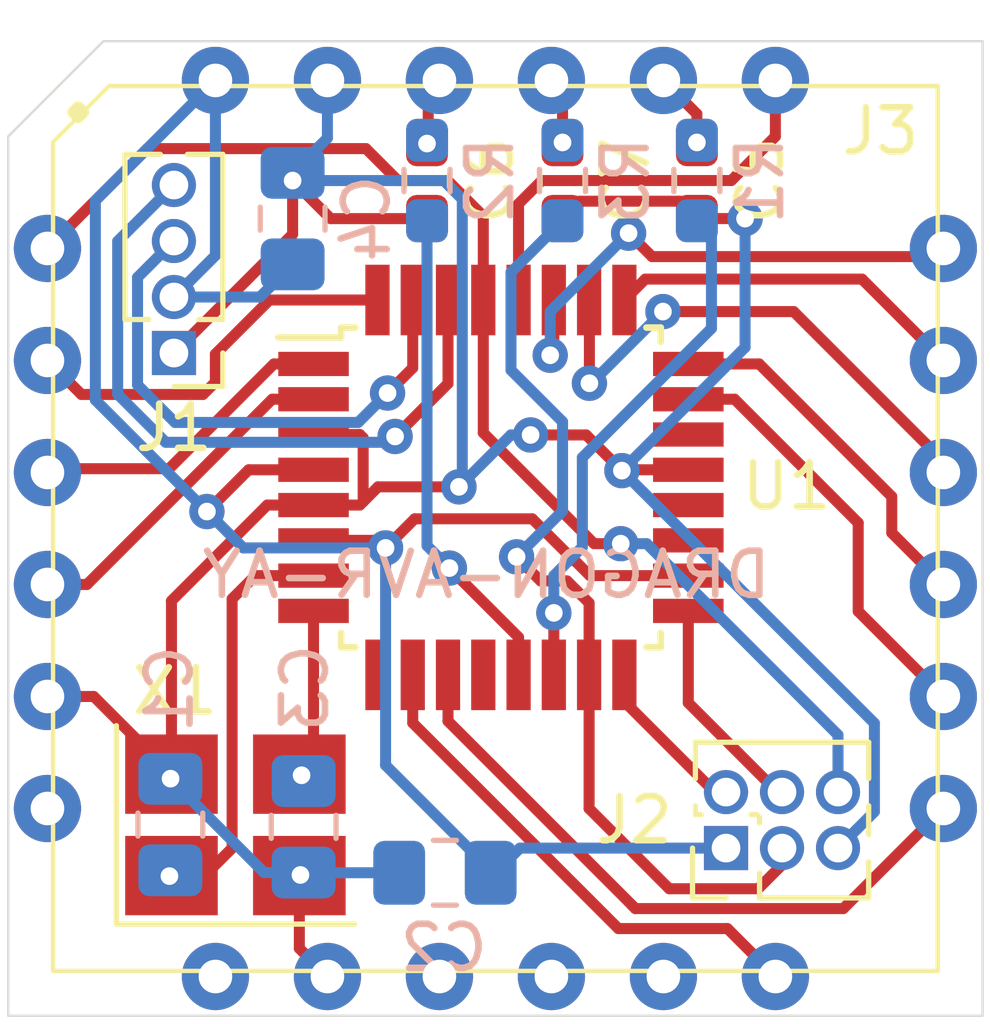
<source format=kicad_pcb>
(kicad_pcb (version 20221018) (generator pcbnew)
  (layers (0 "F.Cu" signal) (31 "B.Cu" signal) (34 "B.Paste" user) (35 "F.Paste" user) (36 "B.SilkS" user "B.Silkscreen") (37 "F.SilkS" user "F.Silkscreen") (38 "B.Mask" user) (39 "F.Mask" user) (44 "Edge.Cuts" user))
  (net 0 "")
  (net 1 "XTAL1")
  (net 2 "+5V")
  (net 3 "XTAL2")
  (net 4 "OUT_C")
  (net 5 "OUT_A")
  (net 6 "OUT_B")
  (net 7 "TX")
  (net 8 "RX")
  (net 9 "MISO")
  (net 10 "MOSI")
  (net 11 "SCK")
  (net 12 "~{RES}")
  (net 13 "D0")
  (net 14 "D1")
  (net 15 "D2")
  (net 16 "D3")
  (net 17 "D4")
  (net 18 "D5")
  (net 19 "D6")
  (net 20 "D7")
  (net 26 "BC1")
  (net 27 "BDIR")
  (net 28 "CLOCK")
  (net 29 "PWM_C")
  (net 30 "PWM_A")
  (net 34 "GND")
  (footprint "AY-Plugin:AY-QTHT" (layer "F.Cu") (at 151.9192 100.956)
    (fp_text reference "J3" (at 8.7358 -9.008 unlocked) (layer "F.SilkS"))
    (fp_text value "Conn_01x24")
    (fp_line (start -10.033 -8.763) (end -8.763 -10.033) (stroke (width 0.1)) (layer "F.SilkS"))
    (fp_line (start -10.033 10.033) (end -10.033 -8.763) (stroke (width 0.1)) (layer "F.SilkS"))
    (fp_line (start -8.763 -10.033) (end 10.033 -10.033) (stroke (width 0.1)) (layer "F.SilkS"))
    (fp_line (start 10.033 -10.033) (end 10.033 10.033) (stroke (width 0.1)) (layer "F.SilkS"))
    (fp_line (start 10.033 10.033) (end -10.033 10.033) (stroke (width 0.1)) (layer "F.SilkS"))
    (fp_line (start -11.049 -8.89) (end -8.89 -11.049) (stroke (width 0.05)) (layer "Edge.Cuts"))
    (fp_line (start -11.049 11.049) (end -11.049 -8.89) (stroke (width 0.05)) (layer "Edge.Cuts"))
    (fp_line (start -8.89 -11.049) (end 11.049 -11.049) (stroke (width 0.05)) (layer "Edge.Cuts"))
    (fp_line (start 11.049 -11.049) (end 11.049 11.049) (stroke (width 0.05)) (layer "Edge.Cuts"))
    (fp_line (start 11.049 11.049) (end -11.049 11.049) (stroke (width 0.05)) (layer "Edge.Cuts"))
    (pad "1" thru_hole circle (at -6.35 -10.16) (size 1.524 1.524) (drill 0.762) (layers "*.Cu" "*.Mask") (net 2 "+5V"))
    (pad "2" thru_hole circle (at -3.81 -10.16) (size 1.524 1.524) (drill 0.762) (layers "*.Cu" "*.Mask") (net 34 "GND"))
    (pad "3" thru_hole circle (at -1.27 -10.16) (size 1.524 1.524) (drill 0.762) (layers "*.Cu" "*.Mask") (net 5 "OUT_A"))
    (pad "4" thru_hole circle (at 1.27 -10.16) (size 1.524 1.524) (drill 0.762) (layers "*.Cu" "*.Mask") (net 6 "OUT_B"))
    (pad "5" thru_hole circle (at 3.81 -10.16) (size 1.524 1.524) (drill 0.762) (layers "*.Cu" "*.Mask") (net 4 "OUT_C"))
    (pad "6" thru_hole circle (at 6.35 -10.16) (size 1.524 1.524) (drill 0.762) (layers "*.Cu" "*.Mask") (net 18 "D5"))
    (pad "7" thru_hole circle (at 10.16 -6.35 90) (size 1.524 1.524) (drill 0.762) (layers "*.Cu" "*.Mask") (net 17 "D4"))
    (pad "8" thru_hole circle (at 10.16 -3.81 90) (size 1.524 1.524) (drill 0.762) (layers "*.Cu" "*.Mask") (net 15 "D2"))
    (pad "9" thru_hole circle (at 10.16 -1.27 90) (size 1.524 1.524) (drill 0.762) (layers "*.Cu" "*.Mask") (net 16 "D3"))
    (pad "10" thru_hole circle (at 10.16 1.27 90) (size 1.524 1.524) (drill 0.762) (layers "*.Cu" "*.Mask") (net 14 "D1"))
    (pad "11" thru_hole circle (at 10.16 3.81 90) (size 1.524 1.524) (drill 0.762) (layers "*.Cu" "*.Mask") (net 13 "D0"))
    (pad "12" thru_hole circle (at 10.16 6.35 90) (size 1.524 1.524) (drill 0.762) (layers "*.Cu" "*.Mask") (net 20 "D7"))
    (pad "13" thru_hole circle (at 6.35 10.16 180) (size 1.524 1.524) (drill 0.762) (layers "*.Cu" "*.Mask") (net 19 "D6"))
    (pad "14" thru_hole circle (at 3.81 10.16 180) (size 1.524 1.524) (drill 0.762) (layers "*.Cu" "*.Mask"))
    (pad "15" thru_hole circle (at 1.27 10.16 180) (size 1.524 1.524) (drill 0.762) (layers "*.Cu" "*.Mask"))
    (pad "16" thru_hole circle (at -1.27 10.16 180) (size 1.524 1.524) (drill 0.762) (layers "*.Cu" "*.Mask"))
    (pad "17" thru_hole circle (at -3.81 10.16 180) (size 1.524 1.524) (drill 0.762) (layers "*.Cu" "*.Mask") (net 34 "GND"))
    (pad "18" thru_hole circle (at -6.35 10.16 180) (size 1.524 1.524) (drill 0.762) (layers "*.Cu" "*.Mask"))
    (pad "19" thru_hole circle (at -10.16 6.35 270) (size 1.524 1.524) (drill 0.762) (layers "*.Cu" "*.Mask"))
    (pad "20" thru_hole circle (at -10.16 3.81 270) (size 1.524 1.524) (drill 0.762) (layers "*.Cu" "*.Mask") (net 34 "GND"))
    (pad "21" thru_hole circle (at -10.16 1.27 270) (size 1.524 1.524) (drill 0.762) (layers "*.Cu" "*.Mask") (net 28 "CLOCK"))
    (pad "22" thru_hole circle (at -10.16 -1.27 270) (size 1.524 1.524) (drill 0.762) (layers "*.Cu" "*.Mask") (net 27 "BDIR"))
    (pad "23" thru_hole circle (at -10.16 -3.81 270) (size 1.524 1.524) (drill 0.762) (layers "*.Cu" "*.Mask") (net 26 "BC1"))
    (pad "24" thru_hole circle (at -10.16 -6.35 270) (size 1.524 1.524) (drill 0.762) (layers "*.Cu" "*.Mask") (net 12 "~{RES}"))
  )
  (footprint "Package_QFP:TQFP-32_7x7mm_P0.8mm" (layer "F.Cu") (at 152.0444 100.0252)
    (fp_text reference "U1" (at 6.477 -0.0254) (layer "F.SilkS"))
    (fp_text value "ATmega48PA-A")
    (fp_line (start -3.625 -3.625) (end -3.625 -3.4) (stroke (width 0.15)) (layer "F.SilkS"))
    (fp_line (start -3.625 -3.625) (end -3.3 -3.625) (stroke (width 0.15)) (layer "F.SilkS"))
    (fp_line (start -3.625 -3.4) (end -5.05 -3.4) (stroke (width 0.15)) (layer "F.SilkS"))
    (fp_line (start -3.625 3.625) (end -3.625 3.3) (stroke (width 0.15)) (layer "F.SilkS"))
    (fp_line (start -3.625 3.625) (end -3.3 3.625) (stroke (width 0.15)) (layer "F.SilkS"))
    (fp_line (start 3.625 -3.625) (end 3.3 -3.625) (stroke (width 0.15)) (layer "F.SilkS"))
    (fp_line (start 3.625 -3.625) (end 3.625 -3.3) (stroke (width 0.15)) (layer "F.SilkS"))
    (fp_line (start 3.625 3.625) (end 3.3 3.625) (stroke (width 0.15)) (layer "F.SilkS"))
    (fp_line (start 3.625 3.625) (end 3.625 3.3) (stroke (width 0.15)) (layer "F.SilkS"))
    (pad "1" smd rect (at -4.25 -2.8) (size 1.6 0.55) (layers "F.Cu" "F.Paste" "F.Mask") (net 27 "BDIR"))
    (pad "2" smd rect (at -4.25 -2) (size 1.6 0.55) (layers "F.Cu" "F.Paste" "F.Mask") (net 28 "CLOCK"))
    (pad "3" smd rect (at -4.25 -1.2) (size 1.6 0.55) (layers "F.Cu" "F.Paste" "F.Mask") (net 34 "GND"))
    (pad "4" smd rect (at -4.25 -0.4) (size 1.6 0.55) (layers "F.Cu" "F.Paste" "F.Mask") (net 2 "+5V"))
    (pad "5" smd rect (at -4.25 0.4) (size 1.6 0.55) (layers "F.Cu" "F.Paste" "F.Mask") (net 34 "GND"))
    (pad "6" smd rect (at -4.25 1.2) (size 1.6 0.55) (layers "F.Cu" "F.Paste" "F.Mask") (net 2 "+5V"))
    (pad "7" smd rect (at -4.25 2) (size 1.6 0.55) (layers "F.Cu" "F.Paste" "F.Mask") (net 1 "XTAL1"))
    (pad "8" smd rect (at -4.25 2.8) (size 1.6 0.55) (layers "F.Cu" "F.Paste" "F.Mask") (net 3 "XTAL2"))
    (pad "9" smd rect (at -2.8 4.25 90) (size 1.6 0.55) (layers "F.Cu" "F.Paste" "F.Mask"))
    (pad "10" smd rect (at -2 4.25 90) (size 1.6 0.55) (layers "F.Cu" "F.Paste" "F.Mask") (net 19 "D6"))
    (pad "11" smd rect (at -1.2 4.25 90) (size 1.6 0.55) (layers "F.Cu" "F.Paste" "F.Mask") (net 20 "D7"))
    (pad "12" smd rect (at -0.4 4.25 90) (size 1.6 0.55) (layers "F.Cu" "F.Paste" "F.Mask"))
    (pad "13" smd rect (at 0.4 4.25 90) (size 1.6 0.55) (layers "F.Cu" "F.Paste" "F.Mask") (net 30 "PWM_A"))
    (pad "14" smd rect (at 1.2 4.25 90) (size 1.6 0.55) (layers "F.Cu" "F.Paste" "F.Mask") (net 29 "PWM_C"))
    (pad "15" smd rect (at 2 4.25 90) (size 1.6 0.55) (layers "F.Cu" "F.Paste" "F.Mask") (net 10 "MOSI"))
    (pad "16" smd rect (at 2.8 4.25 90) (size 1.6 0.55) (layers "F.Cu" "F.Paste" "F.Mask") (net 9 "MISO"))
    (pad "17" smd rect (at 4.25 2.8) (size 1.6 0.55) (layers "F.Cu" "F.Paste" "F.Mask") (net 11 "SCK"))
    (pad "18" smd rect (at 4.25 2) (size 1.6 0.55) (layers "F.Cu" "F.Paste" "F.Mask") (net 2 "+5V"))
    (pad "19" smd rect (at 4.25 1.2) (size 1.6 0.55) (layers "F.Cu" "F.Paste" "F.Mask"))
    (pad "20" smd rect (at 4.25 0.4) (size 1.6 0.55) (layers "F.Cu" "F.Paste" "F.Mask"))
    (pad "21" smd rect (at 4.25 -0.4) (size 1.6 0.55) (layers "F.Cu" "F.Paste" "F.Mask") (net 34 "GND"))
    (pad "22" smd rect (at 4.25 -1.2) (size 1.6 0.55) (layers "F.Cu" "F.Paste" "F.Mask"))
    (pad "23" smd rect (at 4.25 -2) (size 1.6 0.55) (layers "F.Cu" "F.Paste" "F.Mask") (net 13 "D0"))
    (pad "24" smd rect (at 4.25 -2.8) (size 1.6 0.55) (layers "F.Cu" "F.Paste" "F.Mask") (net 14 "D1"))
    (pad "25" smd rect (at 2.8 -4.25 90) (size 1.6 0.55) (layers "F.Cu" "F.Paste" "F.Mask") (net 15 "D2"))
    (pad "26" smd rect (at 2 -4.25 90) (size 1.6 0.55) (layers "F.Cu" "F.Paste" "F.Mask") (net 16 "D3"))
    (pad "27" smd rect (at 1.2 -4.25 90) (size 1.6 0.55) (layers "F.Cu" "F.Paste" "F.Mask") (net 17 "D4"))
    (pad "28" smd rect (at 0.4 -4.25 90) (size 1.6 0.55) (layers "F.Cu" "F.Paste" "F.Mask") (net 18 "D5"))
    (pad "29" smd rect (at -0.4 -4.25 90) (size 1.6 0.55) (layers "F.Cu" "F.Paste" "F.Mask") (net 12 "~{RES}"))
    (pad "30" smd rect (at -1.2 -4.25 90) (size 1.6 0.55) (layers "F.Cu" "F.Paste" "F.Mask") (net 8 "RX"))
    (pad "31" smd rect (at -2 -4.25 90) (size 1.6 0.55) (layers "F.Cu" "F.Paste" "F.Mask") (net 7 "TX"))
    (pad "32" smd rect (at -2.8 -4.25 90) (size 1.6 0.55) (layers "F.Cu" "F.Paste" "F.Mask") (net 26 "BC1"))
  )
  (footprint "Capacitor_SMD:C_0603_1608Metric_Pad1.08x0.95mm_HandSolder" (layer "F.Cu") (at 153.4414 93.0667 -90)
    (fp_text reference "C7" (at 0 -1.43 90) (layer "F.SilkS"))
    (fp_text value "2.2nF")
    (fp_line (start -0.146267 -0.51) (end 0.146267 -0.51) (stroke (width 0.12)) (layer "F.SilkS"))
    (fp_line (start -0.146267 0.51) (end 0.146267 0.51) (stroke (width 0.12)) (layer "F.SilkS"))
    (pad "1" smd roundrect (at -0.8625 0 270) (size 1.075 0.95) (layers "F.Cu" "F.Paste" "F.Mask") (net 6 "OUT_B"))
    (pad "2" smd roundrect (at 0.8625 0 270) (size 1.075 0.95) (layers "F.Cu" "F.Paste" "F.Mask") (net 34 "GND"))
  )
  (footprint "Crystal:Crystal_SMD_3225-4Pin_3.2x2.5mm_HandSoldering" (layer "F.Cu") (at 146.0224 107.6776)
    (fp_text reference "X1" (at -1.3694 -3.0296) (layer "F.SilkS"))
    (fp_text value "27MHz")
    (fp_line (start -2.7 -2.25) (end -2.7 2.25) (stroke (width 0.12)) (layer "F.SilkS"))
    (fp_line (start -2.7 2.25) (end 2.7 2.25) (stroke (width 0.12)) (layer "F.SilkS"))
    (pad "1" smd rect (at -1.45 1.15) (size 2.1 1.8) (layers "F.Cu" "F.Paste" "F.Mask") (net 1 "XTAL1"))
    (pad "2" smd rect (at 1.45 1.15) (size 2.1 1.8) (layers "F.Cu" "F.Paste" "F.Mask") (net 34 "GND"))
    (pad "3" smd rect (at 1.45 -1.15) (size 2.1 1.8) (layers "F.Cu" "F.Paste" "F.Mask") (net 3 "XTAL2"))
    (pad "4" smd rect (at -1.45 -1.15) (size 2.1 1.8) (layers "F.Cu" "F.Paste" "F.Mask") (net 34 "GND"))
  )
  (footprint "Capacitor_SMD:C_0603_1608Metric_Pad1.08x0.95mm_HandSolder" (layer "F.Cu") (at 156.4894 93.0656 -90)
    (fp_text reference "C5" (at 0 -1.43 -90) (layer "F.SilkS"))
    (fp_text value "2.2nF")
    (fp_line (start -0.146267 -0.51) (end 0.146267 -0.51) (stroke (width 0.12)) (layer "F.SilkS"))
    (fp_line (start -0.146267 0.51) (end 0.146267 0.51) (stroke (width 0.12)) (layer "F.SilkS"))
    (pad "1" smd roundrect (at -0.8625 0 270) (size 1.075 0.95) (layers "F.Cu" "F.Paste" "F.Mask") (net 4 "OUT_C"))
    (pad "2" smd roundrect (at 0.8625 0 270) (size 1.075 0.95) (layers "F.Cu" "F.Paste" "F.Mask") (net 34 "GND"))
  )
  (footprint "Connector_PinHeader_1.27mm:PinHeader_1x04_P1.27mm_Vertical" (layer "F.Cu") (at 144.6276 96.9772 180)
    (fp_text reference "J1" (at 0 -1.695) (layer "F.SilkS"))
    (fp_text value "UART")
    (fp_line (start -1.11 -0.76) (end 0 -0.76) (stroke (width 0.12)) (layer "F.SilkS"))
    (fp_line (start -1.11 0) (end -1.11 -0.76) (stroke (width 0.12)) (layer "F.SilkS"))
    (fp_line (start -1.11 0.76) (end -1.11 4.505) (stroke (width 0.12)) (layer "F.SilkS"))
    (fp_line (start -1.11 0.76) (end -0.563471 0.76) (stroke (width 0.12)) (layer "F.SilkS"))
    (fp_line (start -1.11 4.505) (end -0.30753 4.505) (stroke (width 0.12)) (layer "F.SilkS"))
    (fp_line (start 0.30753 4.505) (end 1.11 4.505) (stroke (width 0.12)) (layer "F.SilkS"))
    (fp_line (start 0.563471 0.76) (end 1.11 0.76) (stroke (width 0.12)) (layer "F.SilkS"))
    (fp_line (start 1.11 0.76) (end 1.11 4.505) (stroke (width 0.12)) (layer "F.SilkS"))
    (pad "1" thru_hole rect (at 0 0 180) (size 1 1) (drill 0.65) (layers "*.Cu" "*.Mask") (net 34 "GND"))
    (pad "2" thru_hole oval (at 0 1.27 180) (size 1 1) (drill 0.65) (layers "*.Cu" "*.Mask") (net 2 "+5V"))
    (pad "3" thru_hole oval (at 0 2.54 180) (size 1 1) (drill 0.65) (layers "*.Cu" "*.Mask") (net 7 "TX"))
    (pad "4" thru_hole oval (at 0 3.81 180) (size 1 1) (drill 0.65) (layers "*.Cu" "*.Mask") (net 8 "RX"))
  )
  (footprint "Capacitor_SMD:C_0603_1608Metric_Pad1.08x0.95mm_HandSolder" (layer "F.Cu") (at 150.368 93.0667 -90)
    (fp_text reference "C6" (at 0 -1.43 90) (layer "F.SilkS"))
    (fp_text value "2.2nF")
    (fp_line (start -0.146267 -0.51) (end 0.146267 -0.51) (stroke (width 0.12)) (layer "F.SilkS"))
    (fp_line (start -0.146267 0.51) (end 0.146267 0.51) (stroke (width 0.12)) (layer "F.SilkS"))
    (pad "1" smd roundrect (at -0.8625 0 270) (size 1.075 0.95) (layers "F.Cu" "F.Paste" "F.Mask") (net 5 "OUT_A"))
    (pad "2" smd roundrect (at 0.8625 0 270) (size 1.075 0.95) (layers "F.Cu" "F.Paste" "F.Mask") (net 34 "GND"))
  )
  (footprint "Connector_PinHeader_1.27mm:PinHeader_2x03_P1.27mm_Vertical" (layer "F.Cu") (at 157.1498 108.204 90)
    (fp_text reference "J2" (at 0.635 -2.0828 180) (layer "F.SilkS"))
    (fp_text value "ICSP")
    (fp_line (start -1.13 -0.76) (end 0 -0.76) (stroke (width 0.12)) (layer "F.SilkS"))
    (fp_line (start -1.13 0) (end -1.13 -0.76) (stroke (width 0.12)) (layer "F.SilkS"))
    (fp_line (start -1.13 0.76) (end -1.13 3.235) (stroke (width 0.12)) (layer "F.SilkS"))
    (fp_line (start -1.13 0.76) (end -0.563471 0.76) (stroke (width 0.12)) (layer "F.SilkS"))
    (fp_line (start -1.13 3.235) (end -0.30753 3.235) (stroke (width 0.12)) (layer "F.SilkS"))
    (fp_line (start 0.30753 3.235) (end 0.96247 3.235) (stroke (width 0.12)) (layer "F.SilkS"))
    (fp_line (start 0.563471 0.76) (end 0.706529 0.76) (stroke (width 0.12)) (layer "F.SilkS"))
    (fp_line (start 0.76 -0.695) (end 0.96247 -0.695) (stroke (width 0.12)) (layer "F.SilkS"))
    (fp_line (start 0.76 -0.563471) (end 0.76 -0.695) (stroke (width 0.12)) (layer "F.SilkS"))
    (fp_line (start 0.76 0.706529) (end 0.76 0.563471) (stroke (width 0.12)) (layer "F.SilkS"))
    (fp_line (start 1.57753 -0.695) (end 2.4 -0.695) (stroke (width 0.12)) (layer "F.SilkS"))
    (fp_line (start 1.57753 3.235) (end 2.4 3.235) (stroke (width 0.12)) (layer "F.SilkS"))
    (fp_line (start 2.4 -0.695) (end 2.4 3.235) (stroke (width 0.12)) (layer "F.SilkS"))
    (pad "1" thru_hole rect (at 0 0 90) (size 1 1) (drill 0.65) (layers "*.Cu" "*.Mask") (net 2 "+5V"))
    (pad "2" thru_hole oval (at 1.27 0 90) (size 1 1) (drill 0.65) (layers "*.Cu" "*.Mask") (net 9 "MISO"))
    (pad "3" thru_hole oval (at 0 1.27 90) (size 1 1) (drill 0.65) (layers "*.Cu" "*.Mask") (net 10 "MOSI"))
    (pad "4" thru_hole oval (at 1.27 1.27 90) (size 1 1) (drill 0.65) (layers "*.Cu" "*.Mask") (net 11 "SCK"))
    (pad "5" thru_hole oval (at 0 2.54 90) (size 1 1) (drill 0.65) (layers "*.Cu" "*.Mask") (net 34 "GND"))
    (pad "6" thru_hole oval (at 1.27 2.54 90) (size 1 1) (drill 0.65) (layers "*.Cu" "*.Mask") (net 12 "~{RES}"))
  )
  (footprint "Capacitor_SMD:C_0805_2012Metric_Pad1.18x1.45mm_HandSolder" (layer "B.Cu") (at 144.547 107.6706 90)
    (fp_text reference "C1" (at 3.0734 -0.021 90) (layer "B.SilkS") (effects (justify mirror)))
    (fp_text value "18pF")
    (fp_line (start -0.261252 -0.735) (end 0.261252 -0.735) (stroke (width 0.12)) (layer "B.SilkS"))
    (fp_line (start -0.261252 0.735) (end 0.261252 0.735) (stroke (width 0.12)) (layer "B.SilkS"))
    (pad "1" smd roundrect (at -1.0375 0 90) (size 1.175 1.45) (layers "B.Cu" "B.Paste" "B.Mask") (roundrect_rratio 0.2127659574) (net 1 "XTAL1"))
    (pad "2" smd roundrect (at 1.0375 0 90) (size 1.175 1.45) (layers "B.Cu" "B.Paste" "B.Mask") (roundrect_rratio 0.2127659574) (net 34 "GND"))
  )
  (footprint "Resistor_SMD:R_0603_1608Metric_Pad0.98x0.95mm_HandSolder" (layer "B.Cu") (at 156.4894 93.0656 90)
    (fp_text reference "R1" (at 0 1.43 90) (layer "B.SilkS") (effects (justify mirror)))
    (fp_text value "3.6K")
    (fp_line (start -0.254724 -0.5225) (end 0.254724 -0.5225) (stroke (width 0.12)) (layer "B.SilkS"))
    (fp_line (start -0.254724 0.5225) (end 0.254724 0.5225) (stroke (width 0.12)) (layer "B.SilkS"))
    (pad "1" smd roundrect (at -0.9125 0 90) (size 0.975 0.95) (layers "B.Cu" "B.Paste" "B.Mask") (net 29 "PWM_C"))
    (pad "2" smd roundrect (at 0.9125 0 90) (size 0.975 0.95) (layers "B.Cu" "B.Paste" "B.Mask") (net 4 "OUT_C"))
  )
  (footprint "Resistor_SMD:R_0603_1608Metric_Pad0.98x0.95mm_HandSolder" (layer "B.Cu") (at 150.368 93.0656 90)
    (fp_text reference "R2" (at 0 1.43 90) (layer "B.SilkS") (effects (justify mirror)))
    (fp_text value "3.6K")
    (fp_line (start -0.254724 -0.5225) (end 0.254724 -0.5225) (stroke (width 0.12)) (layer "B.SilkS"))
    (fp_line (start -0.254724 0.5225) (end 0.254724 0.5225) (stroke (width 0.12)) (layer "B.SilkS"))
    (pad "1" smd roundrect (at -0.9125 0 90) (size 0.975 0.95) (layers "B.Cu" "B.Paste" "B.Mask") (net 30 "PWM_A"))
    (pad "2" smd roundrect (at 0.9125 0 90) (size 0.975 0.95) (layers "B.Cu" "B.Paste" "B.Mask") (net 5 "OUT_A"))
  )
  (footprint "Capacitor_SMD:C_0805_2012Metric_Pad1.18x1.45mm_HandSolder" (layer "B.Cu") (at 150.7744 108.7628 180)
    (fp_text reference "C2" (at 0.0254 -1.7018) (layer "B.SilkS") (effects (justify mirror)))
    (fp_text value "100nF")
    (fp_line (start -0.261252 -0.735) (end 0.261252 -0.735) (stroke (width 0.12)) (layer "B.SilkS"))
    (fp_line (start -0.261252 0.735) (end 0.261252 0.735) (stroke (width 0.12)) (layer "B.SilkS"))
    (pad "1" smd roundrect (at -1.0375 0 180) (size 1.175 1.45) (layers "B.Cu" "B.Paste" "B.Mask") (roundrect_rratio 0.2127659574) (net 2 "+5V"))
    (pad "2" smd roundrect (at 1.0375 0 180) (size 1.175 1.45) (layers "B.Cu" "B.Paste" "B.Mask") (roundrect_rratio 0.2127659574) (net 34 "GND"))
  )
  (footprint "Capacitor_SMD:C_0805_2012Metric_Pad1.18x1.45mm_HandSolder" (layer "B.Cu") (at 147.5696 107.7214 -90)
    (fp_text reference "C3" (at -3.1496 -0.0298 90) (layer "B.SilkS") (effects (justify mirror)))
    (fp_text value "18pF")
    (fp_line (start -0.261252 -0.735) (end 0.261252 -0.735) (stroke (width 0.12)) (layer "B.SilkS"))
    (fp_line (start -0.261252 0.735) (end 0.261252 0.735) (stroke (width 0.12)) (layer "B.SilkS"))
    (pad "1" smd roundrect (at -1.0375 0 270) (size 1.175 1.45) (layers "B.Cu" "B.Paste" "B.Mask") (roundrect_rratio 0.2127659574) (net 3 "XTAL2"))
    (pad "2" smd roundrect (at 1.0375 0 270) (size 1.175 1.45) (layers "B.Cu" "B.Paste" "B.Mask") (roundrect_rratio 0.2127659574) (net 34 "GND"))
  )
  (footprint "Resistor_SMD:R_0603_1608Metric_Pad0.98x0.95mm_HandSolder" (layer "B.Cu") (at 153.4414 93.0656 90)
    (fp_text reference "R3" (at 0 1.43 90) (layer "B.SilkS") (effects (justify mirror)))
    (fp_text value "3.6K")
    (fp_line (start -0.254724 -0.5225) (end 0.254724 -0.5225) (stroke (width 0.12)) (layer "B.SilkS"))
    (fp_line (start -0.254724 0.5225) (end 0.254724 0.5225) (stroke (width 0.12)) (layer "B.SilkS"))
    (pad "1" smd roundrect (at -0.9125 0 90) (size 0.975 0.95) (layers "B.Cu" "B.Paste" "B.Mask") (net 10 "MOSI"))
    (pad "2" smd roundrect (at 0.9125 0 90) (size 0.975 0.95) (layers "B.Cu" "B.Paste" "B.Mask") (net 6 "OUT_B"))
  )
  (footprint "Capacitor_SMD:C_0805_2012Metric_Pad1.18x1.45mm_HandSolder" (layer "B.Cu") (at 147.32 93.9292 90)
    (fp_text reference "C4" (at 0 1.68 90) (layer "B.SilkS") (effects (justify mirror)))
    (fp_text value "100nF")
    (fp_line (start -0.261252 -0.735) (end 0.261252 -0.735) (stroke (width 0.12)) (layer "B.SilkS"))
    (fp_line (start -0.261252 0.735) (end 0.261252 0.735) (stroke (width 0.12)) (layer "B.SilkS"))
    (pad "1" smd roundrect (at -1.0375 0 90) (size 1.175 1.45) (layers "B.Cu" "B.Paste" "B.Mask") (roundrect_rratio 0.2127659574) (net 2 "+5V"))
    (pad "2" smd roundrect (at 1.0375 0 90) (size 1.175 1.45) (layers "B.Cu" "B.Paste" "B.Mask") (roundrect_rratio 0.2127659574) (net 34 "GND"))
  )
  (gr_text "DRAGON-AVR-AY" (at 158.242 102.5906) (layer "B.SilkS") (effects (font (size 1 1)) (justify left bottom mirror)))
  (gr_text "." (at 141.7828 91.8718) (layer "F.SilkS") (effects (font (size 2 2) (thickness 0.3)) (justify left bottom)))
  (segment (start 144.5838 108.8276) (end 144.526 108.839) (width 0.25) (layer "F.Cu") (net 1))
  (segment (start 145.9474 108.205) (end 145.3248 108.8276) (width 0.25) (layer "F.Cu") (net 1))
  (segment (start 147.7944 102.0252) (end 146.4748 102.0252) (width 0.25) (layer "F.Cu") (net 1))
  (segment (start 144.561 108.8276) (end 144.5724 108.8276) (width 0.25) (layer "F.Cu") (net 1))
  (segment (start 145.3248 108.8276) (end 144.5838 108.8276) (width 0.25) (layer "F.Cu") (net 1))
  (segment (start 145.9474 102.5526) (end 145.9474 108.205) (width 0.25) (layer "F.Cu") (net 1))
  (segment (start 144.526 108.839) (end 144.561 108.8276) (width 0.25) (layer "F.Cu") (net 1))
  (segment (start 146.4748 102.0252) (end 145.9474 102.5526) (width 0.25) (layer "F.Cu") (net 1))
  (via (at 144.526 108.839) (size 0.8) (drill 0.4) (layers "F.Cu" "B.Cu") (net 1))
  (segment (start 149.4282 101.3968) (end 150.0886 100.7364) (width 0.25) (layer "F.Cu") (net 2))
  (segment (start 150.0886 100.7364) (end 152.7556 100.7364) (width 0.25) (layer "F.Cu") (net 2))
  (segment (start 153.7142 101.695) (end 153.731101 101.695) (width 0.25) (layer "F.Cu") (net 2))
  (segment (start 153.731101 101.695) (end 154.061301 102.0252) (width 0.25) (layer "F.Cu") (net 2))
  (segment (start 145.376104 100.5719) (end 146.322804 99.6252) (width 0.25) (layer "F.Cu") (net 2))
  (segment (start 149.2566 101.2252) (end 147.7944 101.2252) (width 0.25) (layer "F.Cu") (net 2))
  (segment (start 154.061301 102.0252) (end 156.2944 102.0252) (width 0.25) (layer "F.Cu") (net 2))
  (segment (start 149.4282 101.3968) (end 149.2566 101.2252) (width 0.25) (layer "F.Cu") (net 2))
  (segment (start 152.7556 100.7364) (end 153.7142 101.695) (width 0.25) (layer "F.Cu") (net 2))
  (segment (start 146.322804 99.6252) (end 147.7944 99.6252) (width 0.25) (layer "F.Cu") (net 2))
  (via (at 149.4282 101.3968) (size 0.8) (drill 0.4) (layers "F.Cu" "B.Cu") (net 2))
  (via (at 145.376104 100.5719) (size 0.8) (drill 0.4) (layers "F.Cu" "B.Cu") (net 2))
  (segment (start 145.5692 94.7656) (end 144.6276 95.7072) (width 0.25) (layer "B.Cu") (net 2))
  (segment (start 145.376104 100.5719) (end 146.201004 101.3968) (width 0.25) (layer "B.Cu") (net 2))
  (segment (start 145.376104 100.5719) (end 142.8462 98.041996) (width 0.25) (layer "B.Cu") (net 2))
  (segment (start 151.892 108.7882) (end 152.4762 108.204) (width 0.25) (layer "B.Cu") (net 2))
  (segment (start 144.6276 95.7072) (end 146.5795 95.7072) (width 0.25) (layer "B.Cu") (net 2))
  (segment (start 145.5692 90.796) (end 145.5692 94.7656) (width 0.25) (layer "B.Cu") (net 2))
  (segment (start 149.4282 106.3244) (end 149.4282 101.3968) (width 0.25) (layer "B.Cu") (net 2))
  (segment (start 142.8462 93.519) (end 145.5692 90.796) (width 0.25) (layer "B.Cu") (net 2))
  (segment (start 146.5795 95.7072) (end 147.32 94.9667) (width 0.25) (layer "B.Cu") (net 2))
  (segment (start 146.201004 101.3968) (end 149.4282 101.3968) (width 0.25) (layer "B.Cu") (net 2))
  (segment (start 142.8462 98.041996) (end 142.8462 93.519) (width 0.25) (layer "B.Cu") (net 2))
  (segment (start 151.892 108.7882) (end 149.4282 106.3244) (width 0.25) (layer "B.Cu") (net 2))
  (segment (start 152.4762 108.204) (end 157.1498 108.204) (width 0.25) (layer "B.Cu") (net 2))
  (segment (start 147.447 106.553) (end 147.4724 106.5276) (width 0.25) (layer "F.Cu") (net 3))
  (segment (start 147.5232 106.553) (end 147.447 106.553) (width 0.25) (layer "F.Cu") (net 3))
  (segment (start 147.5232 106.4768) (end 147.5232 106.553) (width 0.25) (layer "F.Cu") (net 3))
  (segment (start 147.7944 106.2056) (end 147.5232 106.4768) (width 0.25) (layer "F.Cu") (net 3))
  (segment (start 147.7944 102.8252) (end 147.7944 106.2056) (width 0.25) (layer "F.Cu") (net 3))
  (via (at 147.5232 106.553) (size 0.8) (drill 0.4) (layers "F.Cu" "B.Cu") (net 3))
  (segment (start 155.7292 90.796) (end 156.4894 91.5562) (width 0.25) (layer "F.Cu") (net 4))
  (segment (start 156.4894 91.5562) (end 156.4894 92.202) (width 0.25) (layer "F.Cu") (net 4))
  (via (at 156.4894 92.202) (size 0.8) (drill 0.4) (layers "F.Cu" "B.Cu") (net 4))
  (segment (start 150.3952 90.796) (end 150.3952 92.177) (width 0.25) (layer "F.Cu") (net 5))
  (segment (start 150.3952 92.177) (end 150.368 92.2042) (width 0.25) (layer "F.Cu") (net 5))
  (via (at 150.368 92.2274) (size 0.8) (drill 0.4) (layers "F.Cu" "B.Cu") (net 5))
  (segment (start 153.1892 90.796) (end 153.4414 91.0482) (width 0.25) (layer "F.Cu") (net 6))
  (segment (start 153.4414 91.0482) (end 153.4414 92.202) (width 0.25) (layer "F.Cu") (net 6))
  (via (at 153.4414 92.202) (size 0.8) (drill 0.4) (layers "F.Cu" "B.Cu") (net 6))
  (segment (start 149.473433 97.88484) (end 150.0444 97.313873) (width 0.25) (layer "F.Cu") (net 7))
  (segment (start 150.0444 97.313873) (end 150.0444 95.7752) (width 0.25) (layer "F.Cu") (net 7))
  (via (at 149.473433 97.88484) (size 0.8) (drill 0.4) (layers "F.Cu" "B.Cu") (net 7))
  (segment (start 149.473433 97.88484) (end 148.806273 98.552) (width 0.25) (layer "B.Cu") (net 7))
  (segment (start 148.806273 98.552) (end 144.653 98.552) (width 0.25) (layer "B.Cu") (net 7))
  (segment (start 143.8026 95.2622) (end 144.6276 94.4372) (width 0.25) (layer "B.Cu") (net 7))
  (segment (start 143.8026 97.7016) (end 143.8026 95.2622) (width 0.25) (layer "B.Cu") (net 7))
  (segment (start 144.653 98.552) (end 143.8026 97.7016) (width 0.25) (layer "B.Cu") (net 7))
  (segment (start 149.643902 98.869698) (end 150.8444 97.6692) (width 0.25) (layer "F.Cu") (net 8))
  (segment (start 150.8444 97.6692) (end 150.8444 95.7752) (width 0.25) (layer "F.Cu") (net 8))
  (via (at 149.643902 98.869698) (size 0.8) (drill 0.4) (layers "F.Cu" "B.Cu") (net 8))
  (segment (start 149.643902 98.869698) (end 149.5116 99.002) (width 0.25) (layer "B.Cu") (net 8))
  (segment (start 143.3526 97.912) (end 143.3526 94.4422) (width 0.25) (layer "B.Cu") (net 8))
  (segment (start 149.5116 99.002) (end 144.4426 99.002) (width 0.25) (layer "B.Cu") (net 8))
  (segment (start 143.3526 94.4422) (end 144.6276 93.1672) (width 0.25) (layer "B.Cu") (net 8))
  (segment (start 144.4426 99.002) (end 143.3526 97.912) (width 0.25) (layer "B.Cu") (net 8))
  (segment (start 154.8444 104.8826) (end 154.8444 104.2752) (width 0.25) (layer "F.Cu") (net 9))
  (segment (start 157.1498 106.934) (end 156.8958 106.934) (width 0.25) (layer "F.Cu") (net 9))
  (segment (start 157.1752 107.061) (end 157.1752 106.9594) (width 0.25) (layer "F.Cu") (net 9))
  (segment (start 156.8958 106.934) (end 154.8444 104.8826) (width 0.25) (layer "F.Cu") (net 9))
  (segment (start 157.1752 106.9594) (end 157.1498 106.934) (width 0.25) (layer "F.Cu") (net 9))
  (segment (start 155.8616 109.1256) (end 157.8782 109.1256) (width 0.25) (layer "F.Cu") (net 10))
  (segment (start 158.4198 108.584) (end 158.4198 108.204) (width 0.25) (layer "F.Cu") (net 10))
  (segment (start 157.8782 109.1256) (end 158.4198 108.584) (width 0.25) (layer "F.Cu") (net 10))
  (segment (start 153.544705 102.145) (end 154.0444 102.644695) (width 0.25) (layer "F.Cu") (net 10))
  (segment (start 154.0444 102.644695) (end 154.0444 104.2752) (width 0.25) (layer "F.Cu") (net 10))
  (segment (start 152.4 101.6) (end 152.4 101.600905) (width 0.25) (layer "F.Cu") (net 10))
  (segment (start 154.0444 104.2752) (end 154.0444 107.3084) (width 0.25) (layer "F.Cu") (net 10))
  (segment (start 154.0444 107.3084) (end 155.8616 109.1256) (width 0.25) (layer "F.Cu") (net 10))
  (segment (start 152.4 101.600905) (end 152.944095 102.145) (width 0.25) (layer "F.Cu") (net 10))
  (segment (start 152.944095 102.145) (end 153.544705 102.145) (width 0.25) (layer "F.Cu") (net 10))
  (via (at 152.4 101.6) (size 0.8) (drill 0.4) (layers "F.Cu" "B.Cu") (net 10))
  (segment (start 153.4419 98.535211) (end 152.273 97.366311) (width 0.25) (layer "B.Cu") (net 10))
  (segment (start 152.273 97.366311) (end 152.273 95.1465) (width 0.25) (layer "B.Cu") (net 10))
  (segment (start 152.4 101.6) (end 153.4419 100.5581) (width 0.25) (layer "B.Cu") (net 10))
  (segment (start 152.273 95.1465) (end 153.4414 93.9781) (width 0.25) (layer "B.Cu") (net 10))
  (segment (start 153.4419 100.5581) (end 153.4419 98.535211) (width 0.25) (layer "B.Cu") (net 10))
  (segment (start 156.2944 104.9102) (end 158.3182 106.934) (width 0.25) (layer "F.Cu") (net 11))
  (segment (start 158.3182 106.934) (end 158.4198 106.934) (width 0.25) (layer "F.Cu") (net 11))
  (segment (start 156.2944 102.8252) (end 156.2944 104.9102) (width 0.25) (layer "F.Cu") (net 11))
  (segment (start 144.023 92.3422) (end 148.9842 92.3422) (width 0.25) (layer "F.Cu") (net 12))
  (segment (start 154.7622 101.3007) (end 154.1581 101.3007) (width 0.25) (layer "F.Cu") (net 12))
  (segment (start 148.9842 92.3422) (end 149.7087 93.0667) (width 0.25) (layer "F.Cu") (net 12))
  (segment (start 141.7592 94.606) (end 144.023 92.3422) (width 0.25) (layer "F.Cu") (net 12))
  (segment (start 151.6444 93.872605) (end 151.6444 95.7752) (width 0.25) (layer "F.Cu") (net 12))
  (segment (start 150.838495 93.0667) (end 151.6444 93.872605) (width 0.25) (layer "F.Cu") (net 12))
  (segment (start 154.1581 101.3007) (end 151.6444 98.787) (width 0.25) (layer "F.Cu") (net 12))
  (segment (start 151.6444 98.787) (end 151.6444 95.7752) (width 0.25) (layer "F.Cu") (net 12))
  (segment (start 149.7087 93.0667) (end 150.838495 93.0667) (width 0.25) (layer "F.Cu") (net 12))
  (via (at 154.7622 101.3007) (size 0.8) (drill 0.4) (layers "F.Cu" "B.Cu") (net 12))
  (segment (start 155.3519 101.3007) (end 159.6898 105.6386) (width 0.25) (layer "B.Cu") (net 12))
  (segment (start 159.6898 105.6386) (end 159.6898 106.934) (width 0.25) (layer "B.Cu") (net 12))
  (segment (start 154.7622 101.3007) (end 155.3519 101.3007) (width 0.25) (layer "B.Cu") (net 12))
  (segment (start 157.3444 98.0252) (end 156.2944 98.0252) (width 0.25) (layer "F.Cu") (net 13))
  (segment (start 160.147 100.8278) (end 157.3444 98.0252) (width 0.25) (layer "F.Cu") (net 13))
  (segment (start 160.147 102.8338) (end 160.147 100.8278) (width 0.25) (layer "F.Cu") (net 13))
  (segment (start 162.0792 104.766) (end 160.147 102.8338) (width 0.25) (layer "F.Cu") (net 13))
  (segment (start 156.2944 97.2252) (end 157.90203 97.2252) (width 0.25) (layer "F.Cu") (net 14))
  (segment (start 157.90203 97.2252) (end 160.909 100.23217) (width 0.25) (layer "F.Cu") (net 14))
  (segment (start 160.909 100.23217) (end 160.909 101.0558) (width 0.25) (layer "F.Cu") (net 14))
  (segment (start 160.909 101.0558) (end 162.0792 102.226) (width 0.25) (layer "F.Cu") (net 14))
  (segment (start 154.8444 95.7752) (end 155.3188 95.3008) (width 0.25) (layer "F.Cu") (net 15))
  (segment (start 160.234 95.3008) (end 162.0792 97.146) (width 0.25) (layer "F.Cu") (net 15))
  (segment (start 155.3188 95.3008) (end 160.234 95.3008) (width 0.25) (layer "F.Cu") (net 15))
  (segment (start 154.051 97.663) (end 154.051 95.7818) (width 0.25) (layer "F.Cu") (net 16))
  (segment (start 155.718902 96.0374) (end 158.6846 96.0374) (width 0.25) (layer "F.Cu") (net 16))
  (segment (start 154.051 95.7818) (end 154.0444 95.7752) (width 0.25) (layer "F.Cu") (net 16))
  (segment (start 158.6846 96.0374) (end 162.0792 99.432) (width 0.25) (layer "F.Cu") (net 16))
  (via (at 154.051 97.663) (size 0.8) (drill 0.4) (layers "F.Cu" "B.Cu") (net 16))
  (via (at 155.718902 96.0374) (size 0.8) (drill 0.4) (layers "F.Cu" "B.Cu") (net 16))
  (segment (start 154.051 97.663) (end 154.093302 97.663) (width 0.25) (layer "B.Cu") (net 16))
  (segment (start 154.093302 97.663) (end 155.718902 96.0374) (width 0.25) (layer "B.Cu") (net 16))
  (segment (start 161.8946 94.7906) (end 155.4712 94.7906) (width 0.25) (layer "F.Cu") (net 17))
  (segment (start 153.162 97.028) (end 153.162 96.9076) (width 0.25) (layer "F.Cu") (net 17))
  (segment (start 155.4712 94.7906) (end 154.94 94.2594) (width 0.25) (layer "F.Cu") (net 17))
  (segment (start 153.162 96.9076) (end 153.2444 96.8252) (width 0.25) (layer "F.Cu") (net 17))
  (segment (start 154.94 94.2594) (end 154.9654 94.2848) (width 0.25) (layer "F.Cu") (net 17))
  (segment (start 162.0792 94.606) (end 161.8946 94.7906) (width 0.25) (layer "F.Cu") (net 17))
  (segment (start 153.2444 96.8252) (end 153.2444 95.7752) (width 0.25) (layer "F.Cu") (net 17))
  (via (at 153.162 97.028) (size 0.8) (drill 0.4) (layers "F.Cu" "B.Cu") (net 17))
  (via (at 154.94 94.2594) (size 0.8) (drill 0.4) (layers "F.Cu" "B.Cu") (net 17))
  (segment (start 153.162 97.028) (end 153.162 96.0374) (width 0.25) (layer "B.Cu") (net 17))
  (segment (start 153.162 96.0374) (end 154.94 94.2594) (width 0.25) (layer "B.Cu") (net 17))
  (segment (start 153.7219 93.0656) (end 153.7208 93.0667) (width 0.25) (layer "F.Cu") (net 18))
  (segment (start 153.7208 93.0667) (end 152.970905 93.0667) (width 0.25) (layer "F.Cu") (net 18))
  (segment (start 158.2692 90.796) (end 158.2692 92.066) (width 0.25) (layer "F.Cu") (net 18))
  (segment (start 158.2692 92.066) (end 157.2696 93.0656) (width 0.25) (layer "F.Cu") (net 18))
  (segment (start 157.2696 93.0656) (end 153.7219 93.0656) (width 0.25) (layer "F.Cu") (net 18))
  (segment (start 152.970905 93.0667) (end 152.4444 93.593205) (width 0.25) (layer "F.Cu") (net 18))
  (segment (start 152.4444 93.593205) (end 152.4444 95.7752) (width 0.25) (layer "F.Cu") (net 18))
  (segment (start 157.1822 110.029) (end 154.7076 110.029) (width 0.25) (layer "F.Cu") (net 19))
  (segment (start 150.0444 105.3658) (end 150.0444 104.2752) (width 0.25) (layer "F.Cu") (net 19))
  (segment (start 158.2692 111.116) (end 157.1822 110.029) (width 0.25) (layer "F.Cu") (net 19))
  (segment (start 154.7076 110.029) (end 150.0444 105.3658) (width 0.25) (layer "F.Cu") (net 19))
  (segment (start 159.8096 109.5756) (end 162.0792 107.306) (width 0.25) (layer "F.Cu") (net 20))
  (segment (start 155.0186 109.5018) (end 155.0924 109.5756) (width 0.25) (layer "F.Cu") (net 20))
  (segment (start 155.0924 109.5756) (end 159.8096 109.5756) (width 0.25) (layer "F.Cu") (net 20))
  (segment (start 150.8444 104.2752) (end 150.8444 105.3252) (width 0.25) (layer "F.Cu") (net 20))
  (segment (start 150.8444 105.3252) (end 155.0186 109.4994) (width 0.25) (layer "F.Cu") (net 20))
  (segment (start 155.0186 109.4994) (end 155.0186 109.5018) (width 0.25) (layer "F.Cu") (net 20))
  (segment (start 142.5302 97.917) (end 145.288 97.917) (width 0.25) (layer "F.Cu") (net 26))
  (segment (start 145.288 97.917) (end 145.5674 97.6376) (width 0.25) (layer "F.Cu") (net 26))
  (segment (start 141.7592 97.146) (end 142.5302 97.917) (width 0.25) (layer "F.Cu") (net 26))
  (segment (start 145.5674 97.6376) (end 145.5674 97.0026) (width 0.25) (layer "F.Cu") (net 26))
  (segment (start 145.5674 97.0026) (end 146.7948 95.7752) (width 0.25) (layer "F.Cu") (net 26))
  (segment (start 146.7948 95.7752) (end 149.2444 95.7752) (width 0.25) (layer "F.Cu") (net 26))
  (segment (start 141.7592 99.686) (end 141.8446 99.6006) (width 0.25) (layer "F.Cu") (net 27))
  (segment (start 141.8446 99.6006) (end 144.5188 99.6006) (width 0.25) (layer "F.Cu") (net 27))
  (segment (start 146.8942 97.2252) (end 147.7944 97.2252) (width 0.25) (layer "F.Cu") (net 27))
  (segment (start 144.5188 99.6006) (end 146.8942 97.2252) (width 0.25) (layer "F.Cu") (net 27))
  (segment (start 147.7944 98.0252) (end 146.8562 98.0252) (width 0.25) (layer "F.Cu") (net 28))
  (segment (start 146.8562 98.0252) (end 142.6554 102.226) (width 0.25) (layer "F.Cu") (net 28))
  (segment (start 142.6554 102.226) (end 141.7592 102.226) (width 0.25) (layer "F.Cu") (net 28))
  (segment (start 153.2444 102.87) (end 153.2444 104.2752) (width 0.25) (layer "F.Cu") (net 29))
  (via (at 153.2444 102.87) (size 0.8) (drill 0.4) (layers "F.Cu" "B.Cu") (net 29))
  (segment (start 153.2444 102.0256) (end 153.8914 101.3786) (width 0.25) (layer "B.Cu") (net 29))
  (segment (start 153.2444 102.87) (end 153.2444 102.0256) (width 0.25) (layer "B.Cu") (net 29))
  (segment (start 153.8914 99.3466) (end 156.8196 96.4184) (width 0.25) (layer "B.Cu") (net 29))
  (segment (start 156.8196 94.3083) (end 156.4894 93.9781) (width 0.25) (layer "B.Cu") (net 29))
  (segment (start 156.8196 96.4184) (end 156.8196 94.3083) (width 0.25) (layer "B.Cu") (net 29))
  (segment (start 153.8914 101.3786) (end 153.8914 99.3466) (width 0.25) (layer "B.Cu") (net 29))
  (segment (start 152.4444 103.4224) (end 152.4444 104.2752) (width 0.25) (layer "F.Cu") (net 30))
  (segment (start 150.876 101.854) (end 152.4444 103.4224) (width 0.25) (layer "F.Cu") (net 30))
  (via (at 150.876 101.854) (size 0.8) (drill 0.4) (layers "F.Cu" "B.Cu") (net 30))
  (segment (start 150.368 101.346) (end 150.368 93.9781) (width 0.25) (layer "B.Cu") (net 30))
  (segment (start 150.876 101.854) (end 150.368 101.346) (width 0.25) (layer "B.Cu") (net 30))
  (segment (start 142.8108 104.766) (end 144.5724 106.5276) (width 0.25) (layer "F.Cu") (net 34))
  (segment (start 147.32 93.0667) (end 147.32 94.2848) (width 0.25) (layer "F.Cu") (net 34))
  (segment (start 148.9194 98.9002) (end 148.9194 100.3502) (width 0.25) (layer "F.Cu") (net 34))
  (segment (start 147.4978 108.8022) (end 147.4978 108.8136) (width 0.25) (layer "F.Cu") (net 34))
  (segment (start 156.2944 99.6252) (end 154.8066 99.6252) (width 0.25) (layer "F.Cu") (net 34))
  (segment (start 141.7592 104.766) (end 142.8108 104.766) (width 0.25) (layer "F.Cu") (net 34))
  (segment (start 147.4978 108.8136) (end 147.4864 108.8136) (width 0.25) (layer "F.Cu") (net 34))
  (segment (start 156.0957 93.5344) (end 153.8362 93.5344) (width 0.25) (layer "F.Cu") (net 34))
  (segment (start 148.8444 98.8252) (end 148.9194 98.9002) (width 0.25) (layer "F.Cu") (net 34))
  (segment (start 156.4894 93.9281) (end 157.5805 93.9281) (width 0.25) (layer "F.Cu") (net 34))
  (segment (start 148.1825 93.9292) (end 147.32 93.0667) (width 0.25) (layer "F.Cu") (net 34))
  (segment (start 147.4864 108.8136) (end 147.4724 108.8276) (width 0.25) (layer "F.Cu") (net 34))
  (segment (start 157.5805 93.9281) (end 157.5816 93.9292) (width 0.25) (layer "F.Cu") (net 34))
  (segment (start 147.7944 98.8252) (end 148.8444 98.8252) (width 0.25) (layer "F.Cu") (net 34))
  (segment (start 156.4894 93.9281) (end 156.0957 93.5344) (width 0.25) (layer "F.Cu") (net 34))
  (segment (start 147.4724 108.8276) (end 147.4724 110.4792) (width 0.25) (layer "F.Cu") (net 34))
  (segment (start 148.8444 100.4252) (end 147.7944 100.4252) (width 0.25) (layer "F.Cu") (net 34))
  (segment (start 148.9194 100.3502) (end 148.8444 100.4252) (width 0.25) (layer "F.Cu") (net 34))
  (segment (start 147.32 94.2848) (end 144.6276 96.9772) (width 0.25) (layer "F.Cu") (net 34))
  (segment (start 153.8362 93.5344) (end 153.4414 93.9292) (width 0.25) (layer "F.Cu") (net 34))
  (segment (start 144.5724 106.5276) (end 144.5724 102.5972) (width 0.25) (layer "F.Cu") (net 34))
  (segment (start 149.2577 100.0119) (end 148.9194 100.3502) (width 0.25) (layer "F.Cu") (net 34))
  (segment (start 150.368 93.9292) (end 148.1825 93.9292) (width 0.25) (layer "F.Cu") (net 34))
  (segment (start 147.4724 110.4792) (end 148.1092 111.116) (width 0.25) (layer "F.Cu") (net 34))
  (segment (start 152.7169 98.835516) (end 153.978916 98.835516) (width 0.25) (layer "F.Cu") (net 34))
  (segment (start 146.7444 100.4252) (end 147.7944 100.4252) (width 0.25) (layer "F.Cu") (net 34))
  (segment (start 147.5372 108.7628) (end 147.4978 108.8022) (width 0.25) (layer "F.Cu") (net 34))
  (segment (start 154.8066 99.6252) (end 154.7876 99.6442) (width 0.25) (layer "F.Cu") (net 34))
  (segment (start 144.5724 102.5972) (end 146.7444 100.4252) (width 0.25) (layer "F.Cu") (net 34))
  (segment (start 151.0925 100.0119) (end 149.2577 100.0119) (width 0.25) (layer "F.Cu") (net 34))
  (segment (start 153.978916 98.835516) (end 154.7876 99.6442) (width 0.25) (layer "F.Cu") (net 34))
  (via (at 154.7876 99.6442) (size 0.8) (drill 0.4) (layers "F.Cu" "B.Cu") (net 34))
  (via (at 144.5514 106.6292) (size 0.8) (drill 0.4) (layers "F.Cu" "B.Cu") (net 34))
  (via (at 147.32 93.0667) (size 0.8) (drill 0.4) (layers "F.Cu" "B.Cu") (net 34))
  (via (at 157.5816 93.9292) (size 0.8) (drill 0.4) (layers "F.Cu" "B.Cu") (net 34))
  (via (at 147.4978 108.8136) (size 0.8) (drill 0.4) (layers "F.Cu" "B.Cu") (net 34))
  (via (at 152.7169 98.835516) (size 0.8) (drill 0.4) (layers "F.Cu" "B.Cu") (net 34))
  (via (at 151.0925 100.0119) (size 0.8) (drill 0.4) (layers "F.Cu" "B.Cu") (net 34))
  (segment (start 160.5148 105.3714) (end 160.5148 107.379) (width 0.25) (layer "B.Cu") (net 34))
  (segment (start 160.5148 107.379) (end 159.6898 108.204) (width 0.25) (layer "B.Cu") (net 34))
  (segment (start 151.0925 100.0119) (end 151.168 99.9364) (width 0.25) (layer "B.Cu") (net 34))
  (segment (start 151.168 99.9364) (end 151.168 93.4862) (width 0.25) (layer "B.Cu") (net 34))
  (segment (start 148.1092 90.796) (end 148.1092 92.1025) (width 0.25) (layer "B.Cu") (net 34))
  (segment (start 157.5816 93.9292) (end 157.5816 96.8502) (width 0.25) (layer "B.Cu") (net 34))
  (segment (start 147.5735 108.7628) (end 147.5696 108.7589) (width 0.25) (layer "B.Cu") (net 34))
  (segment (start 144.5514 106.6292) (end 144.5431 106.6292) (width 0.25) (layer "B.Cu") (net 34))
  (segment (start 152.7169 98.835516) (end 152.268884 98.835516) (width 0.25) (layer "B.Cu") (net 34))
  (segment (start 150.7485 93.0667) (end 147.32 93.0667) (width 0.25) (layer "B.Cu") (net 34))
  (segment (start 148.1092 92.1025) (end 147.32 92.8917) (width 0.25) (layer "B.Cu") (net 34))
  (segment (start 154.7876 99.6442) (end 160.5148 105.3714) (width 0.25) (layer "B.Cu") (net 34))
  (segment (start 144.5514 106.6375) (end 144.5514 106.6292) (width 0.25) (layer "B.Cu") (net 34))
  (segment (start 149.7369 108.7628) (end 147.5735 108.7628) (width 0.25) (layer "B.Cu") (net 34))
  (segment (start 147.5696 108.7589) (end 146.6728 108.7589) (width 0.25) (layer "B.Cu") (net 34))
  (segment (start 152.268884 98.835516) (end 151.0925 100.0119) (width 0.25) (layer "B.Cu") (net 34))
  (segment (start 157.5816 96.8502) (end 154.7876 99.6442) (width 0.25) (layer "B.Cu") (net 34))
  (segment (start 146.6728 108.7589) (end 144.5514 106.6375) (width 0.25) (layer "B.Cu") (net 34))
  (segment (start 144.5431 106.6292) (end 144.547 106.6331) (width 0.25) (layer "B.Cu") (net 34))
  (segment (start 151.168 93.4862) (end 150.7485 93.0667) (width 0.25) (layer "B.Cu") (net 34))
)
</source>
